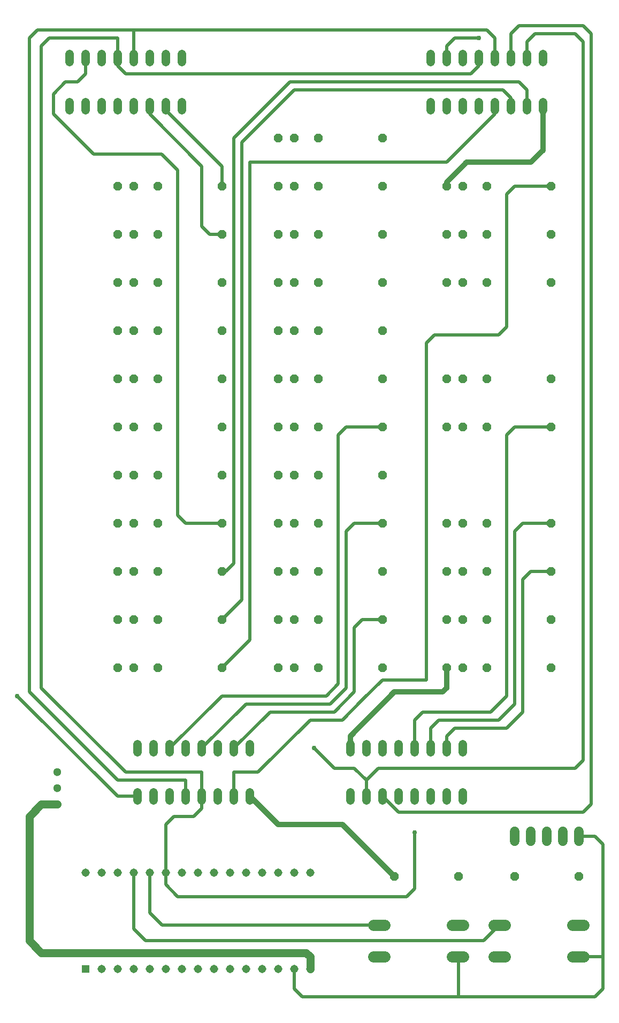
<source format=gbl>
G75*
%MOIN*%
%OFA0B0*%
%FSLAX25Y25*%
%IPPOS*%
%LPD*%
%AMOC8*
5,1,8,0,0,1.08239X$1,22.5*
%
%ADD10R,0.05150X0.05150*%
%ADD11C,0.05150*%
%ADD12C,0.07050*%
%ADD13OC8,0.05200*%
%ADD14C,0.06000*%
%ADD15C,0.05200*%
%ADD16C,0.05118*%
%ADD17C,0.02000*%
%ADD18C,0.03200*%
%ADD19C,0.02978*%
%ADD20C,0.05000*%
D10*
X0058500Y0033500D03*
D11*
X0068500Y0033500D03*
X0078500Y0033500D03*
X0088500Y0033500D03*
X0098500Y0033500D03*
X0108500Y0033500D03*
X0118500Y0033500D03*
X0128500Y0033500D03*
X0138500Y0033500D03*
X0148500Y0033500D03*
X0158500Y0033500D03*
X0168500Y0033500D03*
X0178500Y0033500D03*
X0188500Y0033500D03*
X0198500Y0033500D03*
X0198500Y0093500D03*
X0188500Y0093500D03*
X0178500Y0093500D03*
X0168500Y0093500D03*
X0158500Y0093500D03*
X0148500Y0093500D03*
X0138500Y0093500D03*
X0128500Y0093500D03*
X0118500Y0093500D03*
X0108500Y0093500D03*
X0098500Y0093500D03*
X0088500Y0093500D03*
X0078500Y0093500D03*
X0068500Y0093500D03*
X0058500Y0093500D03*
D12*
X0237875Y0060800D02*
X0244925Y0060800D01*
X0244925Y0041200D02*
X0237875Y0041200D01*
X0287075Y0041200D02*
X0294125Y0041200D01*
X0294125Y0060800D02*
X0287075Y0060800D01*
X0312875Y0060800D02*
X0319925Y0060800D01*
X0319925Y0041200D02*
X0312875Y0041200D01*
X0362075Y0041200D02*
X0369125Y0041200D01*
X0369125Y0060800D02*
X0362075Y0060800D01*
D13*
X0366000Y0091000D03*
X0326000Y0091000D03*
X0291000Y0091000D03*
X0251000Y0091000D03*
X0243500Y0221000D03*
X0243500Y0251000D03*
X0243500Y0281000D03*
X0243500Y0311000D03*
X0243500Y0341000D03*
X0243500Y0371000D03*
X0243500Y0401000D03*
X0243500Y0431000D03*
X0243500Y0461000D03*
X0243500Y0491000D03*
X0243500Y0521000D03*
X0243500Y0551000D03*
X0203500Y0551000D03*
X0188500Y0551000D03*
X0178500Y0551000D03*
X0178500Y0521000D03*
X0188500Y0521000D03*
X0203500Y0521000D03*
X0203500Y0491000D03*
X0188500Y0491000D03*
X0178500Y0491000D03*
X0178500Y0461000D03*
X0188500Y0461000D03*
X0203500Y0461000D03*
X0203500Y0431000D03*
X0188500Y0431000D03*
X0178500Y0431000D03*
X0178500Y0401000D03*
X0188500Y0401000D03*
X0203500Y0401000D03*
X0203500Y0371000D03*
X0188500Y0371000D03*
X0178500Y0371000D03*
X0178500Y0341000D03*
X0188500Y0341000D03*
X0203500Y0341000D03*
X0203500Y0311000D03*
X0188500Y0311000D03*
X0178500Y0311000D03*
X0178500Y0281000D03*
X0188500Y0281000D03*
X0203500Y0281000D03*
X0203500Y0251000D03*
X0188500Y0251000D03*
X0178500Y0251000D03*
X0178500Y0221000D03*
X0188500Y0221000D03*
X0203500Y0221000D03*
X0143500Y0221000D03*
X0143500Y0251000D03*
X0143500Y0281000D03*
X0143500Y0311000D03*
X0143500Y0341000D03*
X0143500Y0371000D03*
X0143500Y0401000D03*
X0143500Y0431000D03*
X0143500Y0461000D03*
X0143500Y0491000D03*
X0143500Y0521000D03*
X0103500Y0521000D03*
X0088500Y0521000D03*
X0078500Y0521000D03*
X0078500Y0491000D03*
X0088500Y0491000D03*
X0103500Y0491000D03*
X0103500Y0461000D03*
X0088500Y0461000D03*
X0078500Y0461000D03*
X0078500Y0431000D03*
X0088500Y0431000D03*
X0103500Y0431000D03*
X0103500Y0401000D03*
X0088500Y0401000D03*
X0078500Y0401000D03*
X0078500Y0371000D03*
X0088500Y0371000D03*
X0103500Y0371000D03*
X0103500Y0341000D03*
X0088500Y0341000D03*
X0078500Y0341000D03*
X0078500Y0311000D03*
X0088500Y0311000D03*
X0103500Y0311000D03*
X0103500Y0281000D03*
X0088500Y0281000D03*
X0078500Y0281000D03*
X0078500Y0251000D03*
X0088500Y0251000D03*
X0103500Y0251000D03*
X0103500Y0221000D03*
X0088500Y0221000D03*
X0078500Y0221000D03*
X0283500Y0221000D03*
X0293500Y0221000D03*
X0308500Y0221000D03*
X0308500Y0251000D03*
X0293500Y0251000D03*
X0283500Y0251000D03*
X0283500Y0281000D03*
X0293500Y0281000D03*
X0308500Y0281000D03*
X0308500Y0311000D03*
X0293500Y0311000D03*
X0283500Y0311000D03*
X0283500Y0371000D03*
X0293500Y0371000D03*
X0308500Y0371000D03*
X0308500Y0401000D03*
X0293500Y0401000D03*
X0283500Y0401000D03*
X0283500Y0461000D03*
X0293500Y0461000D03*
X0308500Y0461000D03*
X0308500Y0491000D03*
X0293500Y0491000D03*
X0283500Y0491000D03*
X0283500Y0521000D03*
X0293500Y0521000D03*
X0308500Y0521000D03*
X0348500Y0521000D03*
X0348500Y0491000D03*
X0348500Y0461000D03*
X0348500Y0401000D03*
X0348500Y0371000D03*
X0348500Y0311000D03*
X0348500Y0281000D03*
X0348500Y0251000D03*
X0348500Y0221000D03*
D14*
X0346000Y0119000D02*
X0346000Y0113000D01*
X0356000Y0113000D02*
X0356000Y0119000D01*
X0366000Y0119000D02*
X0366000Y0113000D01*
X0336000Y0113000D02*
X0336000Y0119000D01*
X0326000Y0119000D02*
X0326000Y0113000D01*
D15*
X0293500Y0138400D02*
X0293500Y0143600D01*
X0283500Y0143600D02*
X0283500Y0138400D01*
X0273500Y0138400D02*
X0273500Y0143600D01*
X0263500Y0143600D02*
X0263500Y0138400D01*
X0253500Y0138400D02*
X0253500Y0143600D01*
X0243500Y0143600D02*
X0243500Y0138400D01*
X0233500Y0138400D02*
X0233500Y0143600D01*
X0223500Y0143600D02*
X0223500Y0138400D01*
X0223500Y0168400D02*
X0223500Y0173600D01*
X0233500Y0173600D02*
X0233500Y0168400D01*
X0243500Y0168400D02*
X0243500Y0173600D01*
X0253500Y0173600D02*
X0253500Y0168400D01*
X0263500Y0168400D02*
X0263500Y0173600D01*
X0273500Y0173600D02*
X0273500Y0168400D01*
X0283500Y0168400D02*
X0283500Y0173600D01*
X0293500Y0173600D02*
X0293500Y0168400D01*
X0161000Y0168400D02*
X0161000Y0173600D01*
X0151000Y0173600D02*
X0151000Y0168400D01*
X0141000Y0168400D02*
X0141000Y0173600D01*
X0131000Y0173600D02*
X0131000Y0168400D01*
X0121000Y0168400D02*
X0121000Y0173600D01*
X0111000Y0173600D02*
X0111000Y0168400D01*
X0101000Y0168400D02*
X0101000Y0173600D01*
X0091000Y0173600D02*
X0091000Y0168400D01*
X0091000Y0143600D02*
X0091000Y0138400D01*
X0101000Y0138400D02*
X0101000Y0143600D01*
X0111000Y0143600D02*
X0111000Y0138400D01*
X0121000Y0138400D02*
X0121000Y0143600D01*
X0131000Y0143600D02*
X0131000Y0138400D01*
X0141000Y0138400D02*
X0141000Y0143600D01*
X0151000Y0143600D02*
X0151000Y0138400D01*
X0161000Y0138400D02*
X0161000Y0143600D01*
X0118500Y0568400D02*
X0118500Y0573600D01*
X0108500Y0573600D02*
X0108500Y0568400D01*
X0098500Y0568400D02*
X0098500Y0573600D01*
X0088500Y0573600D02*
X0088500Y0568400D01*
X0078500Y0568400D02*
X0078500Y0573600D01*
X0068500Y0573600D02*
X0068500Y0568400D01*
X0058500Y0568400D02*
X0058500Y0573600D01*
X0048500Y0573600D02*
X0048500Y0568400D01*
X0048500Y0598400D02*
X0048500Y0603600D01*
X0058500Y0603600D02*
X0058500Y0598400D01*
X0068500Y0598400D02*
X0068500Y0603600D01*
X0078500Y0603600D02*
X0078500Y0598400D01*
X0088500Y0598400D02*
X0088500Y0603600D01*
X0098500Y0603600D02*
X0098500Y0598400D01*
X0108500Y0598400D02*
X0108500Y0603600D01*
X0118500Y0603600D02*
X0118500Y0598400D01*
X0273500Y0598400D02*
X0273500Y0603600D01*
X0283500Y0603600D02*
X0283500Y0598400D01*
X0293500Y0598400D02*
X0293500Y0603600D01*
X0303500Y0603600D02*
X0303500Y0598400D01*
X0313500Y0598400D02*
X0313500Y0603600D01*
X0323500Y0603600D02*
X0323500Y0598400D01*
X0333500Y0598400D02*
X0333500Y0603600D01*
X0343500Y0603600D02*
X0343500Y0598400D01*
X0343500Y0573600D02*
X0343500Y0568400D01*
X0333500Y0568400D02*
X0333500Y0573600D01*
X0323500Y0573600D02*
X0323500Y0568400D01*
X0313500Y0568400D02*
X0313500Y0573600D01*
X0303500Y0573600D02*
X0303500Y0568400D01*
X0293500Y0568400D02*
X0293500Y0573600D01*
X0283500Y0573600D02*
X0283500Y0568400D01*
X0273500Y0568400D02*
X0273500Y0573600D01*
D16*
X0041000Y0156000D03*
X0041000Y0146000D03*
X0041000Y0136000D03*
D17*
X0078500Y0141000D02*
X0016000Y0203500D01*
X0023500Y0206000D02*
X0078500Y0151000D01*
X0121000Y0151000D01*
X0121000Y0141000D01*
X0131000Y0133500D02*
X0126000Y0128500D01*
X0113500Y0128500D01*
X0108500Y0123500D01*
X0108500Y0093500D01*
X0108500Y0086000D01*
X0116000Y0078500D01*
X0258500Y0078500D01*
X0263500Y0083500D01*
X0263500Y0118500D01*
X0253500Y0131000D02*
X0243500Y0141000D01*
X0233500Y0141000D02*
X0233500Y0151000D01*
X0226000Y0158500D01*
X0213500Y0158500D01*
X0201000Y0171000D01*
X0198500Y0188500D02*
X0218500Y0188500D01*
X0231000Y0201000D01*
X0243500Y0213500D01*
X0271000Y0213500D01*
X0271000Y0423500D01*
X0276000Y0428500D01*
X0316000Y0428500D01*
X0321000Y0433500D01*
X0321000Y0516000D01*
X0326000Y0521000D01*
X0348500Y0521000D01*
X0333500Y0571000D02*
X0333500Y0581000D01*
X0328500Y0586000D01*
X0186000Y0586000D01*
X0151000Y0551000D01*
X0151000Y0286000D01*
X0146000Y0281000D01*
X0143500Y0281000D01*
X0156100Y0263600D02*
X0156100Y0548500D01*
X0188600Y0581000D01*
X0318500Y0581000D01*
X0323500Y0576000D01*
X0323500Y0571000D01*
X0313500Y0571000D02*
X0313500Y0566000D01*
X0283500Y0536000D01*
X0161000Y0536000D01*
X0161000Y0238500D01*
X0143500Y0221000D01*
X0143500Y0203500D02*
X0208500Y0203500D01*
X0216000Y0211000D01*
X0216000Y0366000D01*
X0221000Y0371000D01*
X0243500Y0371000D01*
X0243500Y0311000D02*
X0226000Y0311000D01*
X0221000Y0306000D01*
X0221000Y0208500D01*
X0211000Y0198500D01*
X0158500Y0198500D01*
X0131000Y0171000D01*
X0131000Y0156000D02*
X0131000Y0141000D01*
X0131000Y0133500D01*
X0131000Y0156000D02*
X0083500Y0156000D01*
X0031000Y0208500D01*
X0031000Y0608500D01*
X0036000Y0613500D01*
X0078500Y0613500D01*
X0078500Y0601000D01*
X0078500Y0596000D01*
X0083500Y0591000D01*
X0298500Y0591000D01*
X0303500Y0596000D01*
X0303500Y0601000D01*
X0303500Y0613500D02*
X0288500Y0613500D01*
X0283500Y0608500D01*
X0283500Y0601000D01*
X0308500Y0618500D02*
X0313500Y0613500D01*
X0313500Y0601000D01*
X0323500Y0601000D02*
X0323500Y0616000D01*
X0328500Y0621000D01*
X0368500Y0621000D01*
X0373500Y0616000D01*
X0373500Y0136000D01*
X0368500Y0131000D01*
X0253500Y0131000D01*
X0233500Y0151000D02*
X0241000Y0158500D01*
X0363500Y0158500D01*
X0368500Y0163500D01*
X0368500Y0611000D01*
X0363500Y0616000D01*
X0338500Y0616000D01*
X0333500Y0611000D01*
X0333500Y0601000D01*
X0308500Y0618500D02*
X0088500Y0618500D01*
X0028500Y0618500D01*
X0023500Y0613500D01*
X0023500Y0206000D01*
X0078500Y0141000D02*
X0091000Y0141000D01*
X0111000Y0171000D02*
X0143500Y0203500D01*
X0173500Y0193500D02*
X0151000Y0171000D01*
X0151000Y0156000D02*
X0166000Y0156000D01*
X0198500Y0188500D01*
X0213500Y0193500D02*
X0226000Y0206000D01*
X0226000Y0246000D01*
X0231000Y0251000D01*
X0243500Y0251000D01*
X0268500Y0193500D02*
X0311000Y0193500D01*
X0321000Y0203500D01*
X0321000Y0366000D01*
X0326000Y0371000D01*
X0348500Y0371000D01*
X0348500Y0311000D02*
X0331000Y0311000D01*
X0326000Y0306000D01*
X0326000Y0198500D01*
X0316000Y0188500D01*
X0278500Y0188500D01*
X0273500Y0183500D01*
X0273500Y0171000D01*
X0283500Y0171000D02*
X0283500Y0178500D01*
X0288500Y0183500D01*
X0321000Y0183500D01*
X0331000Y0193500D01*
X0331000Y0276000D01*
X0336000Y0281000D01*
X0348500Y0281000D01*
X0268500Y0193500D02*
X0263500Y0188500D01*
X0263500Y0171000D01*
X0213500Y0193500D02*
X0173500Y0193500D01*
X0151000Y0156000D02*
X0151000Y0141000D01*
X0098500Y0068500D02*
X0106200Y0060800D01*
X0241400Y0060800D01*
X0291000Y0041000D02*
X0291000Y0016000D01*
X0376000Y0016000D01*
X0381000Y0021000D01*
X0381000Y0041000D01*
X0380800Y0041200D01*
X0365600Y0041200D01*
X0366000Y0040800D01*
X0381000Y0041000D02*
X0381000Y0111000D01*
X0376000Y0116000D01*
X0366000Y0116000D01*
X0316400Y0060800D02*
X0306600Y0051000D01*
X0096000Y0051000D01*
X0088500Y0058500D01*
X0088500Y0093500D01*
X0098500Y0093500D02*
X0098500Y0068500D01*
X0188500Y0033500D02*
X0188500Y0021000D01*
X0193500Y0016000D01*
X0291000Y0016000D01*
X0143500Y0251000D02*
X0156100Y0263600D01*
X0143500Y0311000D02*
X0121000Y0311000D01*
X0116000Y0316000D01*
X0116000Y0531000D01*
X0106000Y0541000D01*
X0063500Y0541000D01*
X0038500Y0566000D01*
X0038500Y0578500D01*
X0046000Y0586000D01*
X0053500Y0586000D01*
X0058500Y0591000D01*
X0058500Y0601000D01*
X0088500Y0601000D02*
X0088500Y0618500D01*
X0098500Y0571000D02*
X0098500Y0566000D01*
X0131000Y0533500D01*
X0131000Y0496000D01*
X0136000Y0491000D01*
X0143500Y0491000D01*
X0143500Y0521000D02*
X0143500Y0533500D01*
X0108500Y0568500D01*
X0108500Y0571000D01*
D18*
X0283500Y0523500D02*
X0296000Y0536000D01*
X0336000Y0536000D01*
X0343500Y0543500D01*
X0343500Y0571000D01*
X0283500Y0523500D02*
X0283500Y0521000D01*
X0283500Y0221000D02*
X0283500Y0208500D01*
X0281000Y0206000D01*
X0251000Y0206000D01*
X0223500Y0178500D01*
X0223500Y0171000D01*
X0218500Y0123500D02*
X0251000Y0091000D01*
X0218500Y0123500D02*
X0178500Y0123500D01*
X0161000Y0141000D01*
D19*
X0201000Y0171000D03*
X0263500Y0118500D03*
X0016000Y0203500D03*
X0303500Y0613500D03*
D20*
X0023500Y0051000D02*
X0031000Y0043500D01*
X0196000Y0043500D01*
X0198500Y0041000D01*
X0198500Y0033500D01*
X0041000Y0136000D02*
X0031000Y0136000D01*
X0023500Y0128500D01*
X0023500Y0051000D01*
M02*

</source>
